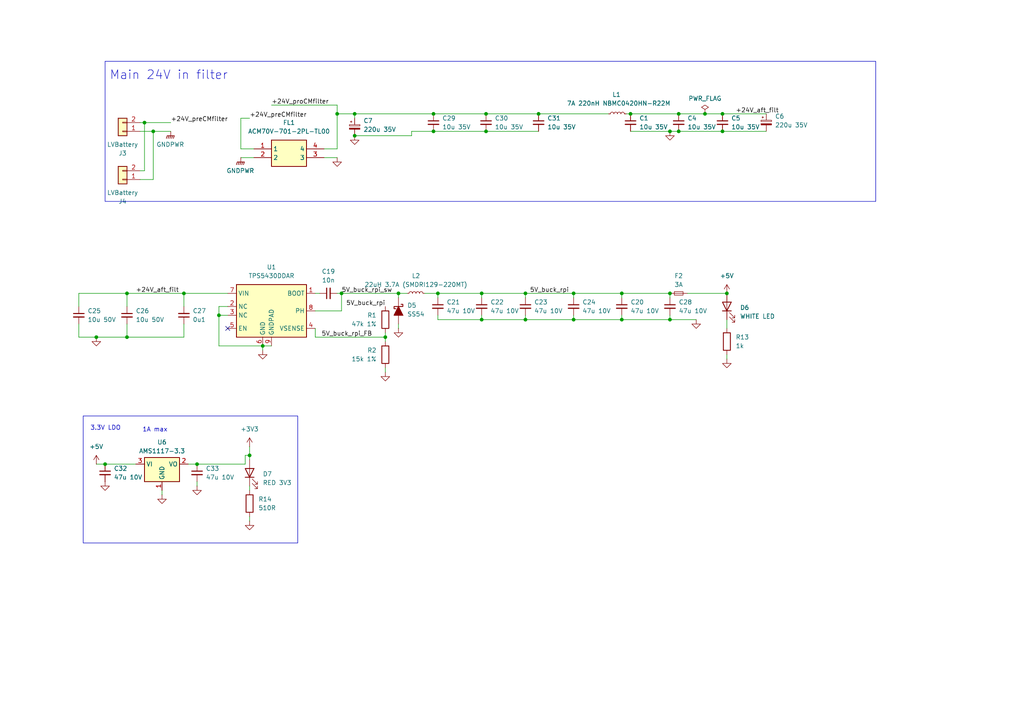
<source format=kicad_sch>
(kicad_sch (version 20231120) (generator "eeschema") (generator_version "8.0")
  (paper "A4")
  (title_block (title "RPI_diyhat1") (date "2025-06-30") (rev "1.0") (company "NTURacing") (comment 1 "Jack Kuo"))
  (lib_symbols
    (symbol "Connector_Generic:Conn_01x02" (pin_names (offset 1.016) hide)
      (property "Reference" "J" (at 0 2.54 0))
      (property "Value" "Conn_01x02" (at 0 -5.08 0))
      (symbol "Conn_01x02_1_1"
        (rectangle (start -1.27 -2.413) (end 0 -2.667) (stroke (width 0.1524)))
        (rectangle (start -1.27 0.127) (end 0 -0.127) (stroke (width 0.1524)))
        (rectangle (start -1.27 1.27) (end 1.27 -3.81) (stroke (width 0.254)) (fill (type background)))
        (pin passive line (at -5.08 0 0) (length 3.81) (name "Pin_1") (number "1"))
        (pin passive line (at -5.08 -2.54 0) (length 3.81) (name "Pin_2") (number "2"))
      )
    )
    (symbol "Device:C_Polarized_Small" (pin_numbers hide) (pin_names (offset 0.254) hide)
      (property "Reference" "C" (at 0.254 1.778 0))
      (property "Value" "C_Polarized_Small" (at 0.254 -2.032 0))
      (symbol "C_Polarized_Small_0_1"
        (rectangle (start -1.524 -0.3048) (end 1.524 -0.6858) (fill (type outline)))
        (rectangle (start -1.524 0.6858) (end 1.524 0.3048))
        (polyline (pts (xy -1.27 1.524) (xy -0.762 1.524)))
        (polyline (pts (xy -1.016 1.27) (xy -1.016 1.778)))
      )
      (symbol "C_Polarized_Small_1_1"
        (pin passive line (at 0 2.54 270) (length 1.8542) (name "~") (number "1"))
        (pin passive line (at 0 -2.54 90) (length 1.8542) (name "~") (number "2"))
      )
    )
    (symbol "Device:C_Small" (pin_numbers hide) (pin_names (offset 0.254) hide)
      (property "Reference" "C" (at 0.254 1.778 0))
      (property "Value" "C_Small" (at 0.254 -2.032 0))
      (symbol "C_Small_0_1"
        (polyline (pts (xy -1.524 -0.508) (xy 1.524 -0.508)) (stroke (width 0.3302)))
        (polyline (pts (xy -1.524 0.508) (xy 1.524 0.508)) (stroke (width 0.3048)))
      )
      (symbol "C_Small_1_1"
        (pin passive line (at 0 2.54 270) (length 2.032) (name "~") (number "1"))
        (pin passive line (at 0 -2.54 90) (length 2.032) (name "~") (number "2"))
      )
    )
    (symbol "Device:Fuse_Small" (pin_numbers hide) (pin_names (offset 0.254) hide)
      (property "Reference" "F" (at 0 -1.524 0))
      (property "Value" "Fuse_Small" (at 0 1.524 0))
      (symbol "Fuse_Small_0_1"
        (rectangle (start -1.27 0.508) (end 1.27 -0.508))
        (polyline (pts (xy -1.27 0) (xy 1.27 0)))
      )
      (symbol "Fuse_Small_1_1"
        (pin passive line (at -2.54 0 0) (length 1.27) (name "~") (number "1"))
        (pin passive line (at 2.54 0 180) (length 1.27) (name "~") (number "2"))
      )
    )
    (symbol "Device:LED" (pin_numbers hide) (pin_names (offset 1.016) hide)
      (property "Reference" "D" (at 0 2.54 0))
      (property "Value" "LED" (at 0 -2.54 0))
      (symbol "LED_0_1"
        (polyline (pts (xy -1.27 -1.27) (xy -1.27 1.27)) (stroke (width 0.254)))
        (polyline (pts (xy -1.27 0) (xy 1.27 0)))
        (polyline (pts (xy 1.27 -1.27) (xy 1.27 1.27) (xy -1.27 0) (xy 1.27 -1.27)) (stroke (width 0.254)))
        (polyline (pts (xy -3.048 -0.762) (xy -4.572 -2.286) (xy -3.81 -2.286) (xy -4.572 -2.286) (xy -4.572 -1.524)))
        (polyline (pts (xy -1.778 -0.762) (xy -3.302 -2.286) (xy -2.54 -2.286) (xy -3.302 -2.286) (xy -3.302 -1.524)))
      )
      (symbol "LED_1_1"
        (pin passive line (at -3.81 0 0) (length 2.54) (name "K") (number "1"))
        (pin passive line (at 3.81 0 180) (length 2.54) (name "A") (number "2"))
      )
    )
    (symbol "Device:L_Small" (pin_numbers hide) (pin_names (offset 0.254) hide)
      (property "Reference" "L" (at 0.762 1.016 0))
      (property "Value" "L_Small" (at 0.762 -1.016 0))
      (symbol "L_Small_0_1"
        (arc (start 0 -2.032) (mid 0.5058 -1.524) (end 0 -1.016))
        (arc (start 0 -1.016) (mid 0.5058 -0.508) (end 0 0))
        (arc (start 0 0) (mid 0.5058 0.508) (end 0 1.016))
        (arc (start 0 1.016) (mid 0.5058 1.524) (end 0 2.032))
      )
      (symbol "L_Small_1_1"
        (pin passive line (at 0 2.54 270) (length 0.508) (name "~") (number "1"))
        (pin passive line (at 0 -2.54 90) (length 0.508) (name "~") (number "2"))
      )
    )
    (symbol "Device:R" (pin_numbers hide) (pin_names (offset 0))
      (property "Reference" "R" (at 2.032 0 90))
      (property "Value" "R" (at 0 0 90))
      (symbol "R_0_1"
        (rectangle (start -1.016 -2.54) (end 1.016 2.54) (stroke (width 0.254)))
      )
      (symbol "R_1_1"
        (pin passive line (at 0 3.81 270) (length 1.27) (name "~") (number "1"))
        (pin passive line (at 0 -3.81 90) (length 1.27) (name "~") (number "2"))
      )
    )
    (symbol "PCM_Diode_Schottky_AKL:SS54" (pin_numbers hide) (pin_names (offset 1.016) hide)
      (property "Reference" "D" (at 0 5.08 0))
      (property "Value" "SS54" (at 0 2.54 0))
      (symbol "SS54_0_1"
        (polyline (pts (xy -1.27 0) (xy 1.27 0)))
        (polyline (pts (xy -1.27 -1.27) (xy -1.27 1.27) (xy 1.27 0) (xy -1.27 -1.27)) (stroke (width 0.254)) (fill (type outline)))
        (polyline (pts (xy 1.905 -0.762) (xy 1.905 -1.27) (xy 1.27 -1.27) (xy 1.27 1.27) (xy 0.635 1.27) (xy 0.635 0.762)) (stroke (width 0.254)))
      )
      (symbol "SS54_0_2"
        (polyline (pts (xy -2.54 -2.54) (xy 2.54 2.54)))
        (polyline (pts (xy 0 1.778) (xy 1.778 0)) (stroke (width 0.254)))
        (polyline (pts (xy 0 1.778) (xy -0.381 1.397) (xy 0 1.016)) (stroke (width 0.254)))
        (polyline (pts (xy 1.778 0) (xy 2.159 0.381) (xy 1.778 0.762)) (stroke (width 0.254)))
        (polyline (pts (xy -0.889 -0.889) (xy -1.778 0) (xy 0.889 0.889) (xy 0 -1.778) (xy -0.889 -0.889)) (stroke (width 0.254)) (fill (type outline)))
      )
      (symbol "SS54_1_1"
        (pin passive line (at 3.81 0 180) (length 2.54) (name "K") (number "1"))
        (pin passive line (at -3.81 0 0) (length 2.54) (name "A") (number "2"))
      )
      (symbol "SS54_1_2"
        (pin passive line (at 2.54 2.54 180) (length 0) (name "K") (number "1"))
        (pin passive line (at -2.54 -2.54 0) (length 0) (name "A") (number "2"))
      )
    )
    (symbol "Regulator_Linear:AMS1117-3.3"
      (property "Reference" "U" (at -3.81 3.175 0))
      (property "Value" "AMS1117-3.3" (at 0 3.175 0))
      (symbol "AMS1117-3.3_0_1"
        (rectangle (start -5.08 -5.08) (end 5.08 1.905) (stroke (width 0.254)) (fill (type background)))
      )
      (symbol "AMS1117-3.3_1_1"
        (pin power_in line (at 0 -7.62 90) (length 2.54) (name "GND") (number "1"))
        (pin power_out line (at 7.62 0 180) (length 2.54) (name "VO") (number "2"))
        (pin power_in line (at -7.62 0 0) (length 2.54) (name "VI") (number "3"))
      )
    )
    (symbol "SamacSys_Parts_EP6:ACM70V-701-2PL-TL00"
      (property "Reference" "FL" (at 16.51 7.62 0))
      (property "Value" "ACM70V-701-2PL-TL00" (at 16.51 5.08 0))
      (symbol "ACM70V-701-2PL-TL00_1_1"
        (rectangle (start 5.08 2.54) (end 15.24 -5.08) (stroke (width 0.254)) (fill (type background)))
        (pin passive line (at 0 0 0) (length 5.08) (name "1") (number "1"))
        (pin passive line (at 0 -2.54 0) (length 5.08) (name "2") (number "2"))
        (pin passive line (at 20.32 -2.54 180) (length 5.08) (name "3") (number "3"))
        (pin passive line (at 20.32 0 180) (length 5.08) (name "4") (number "4"))
      )
    )
    (symbol "nturt_kicad_lib_EP6:TPS5430DDAR"
      (property "Reference" "U" (at -10.16 8.89 0))
      (property "Value" "TPS5430DDAR" (at -1.27 8.89 0))
      (symbol "TPS5430DDAR_0_1"
        (rectangle (start -10.16 7.62) (end 10.16 -7.62) (stroke (width 0.254)) (fill (type background)))
      )
      (symbol "TPS5430DDAR_1_1"
        (pin input line (at 12.7 5.08 180) (length 2.54) (name "BOOT") (number "1"))
        (pin free line (at -12.7 1.27 0) (length 2.54) (name "NC") (number "2"))
        (pin free line (at -12.7 -1.27 0) (length 2.54) (name "NC") (number "3"))
        (pin input line (at 12.7 -5.08 180) (length 2.54) (name "VSENSE") (number "4"))
        (pin input line (at -12.7 -5.08 0) (length 2.54) (name "EN") (number "5"))
        (pin power_in line (at -2.54 -10.16 90) (length 2.54) (name "GND") (number "6"))
        (pin power_in line (at -12.7 5.08 0) (length 2.54) (name "VIN") (number "7"))
        (pin output line (at 12.7 0 180) (length 2.54) (name "PH") (number "8"))
        (pin power_in line (at 0 -10.16 90) (length 2.54) (name "GNDPAD") (number "9"))
      )
    )
    (symbol "power:+3V3" (power) (pin_numbers hide) (pin_names (offset 0) hide)
      (property "Value" "+3V3" (at 0 3.556 0))
      (symbol "+3V3_0_1"
        (polyline (pts (xy -0.762 1.27) (xy 0 2.54)))
        (polyline (pts (xy 0 0) (xy 0 2.54)))
        (polyline (pts (xy 0 2.54) (xy 0.762 1.27)))
      )
      (symbol "+3V3_1_1"
        (pin power_in line (at 0 0 90) (length 0) (name "~") (number "1"))
      )
    )
    (symbol "power:+5V" (power) (pin_numbers hide) (pin_names (offset 0) hide)
      (property "Value" "+5V" (at 0 3.556 0))
      (symbol "+5V_0_1"
        (polyline (pts (xy -0.762 1.27) (xy 0 2.54)))
        (polyline (pts (xy 0 0) (xy 0 2.54)))
        (polyline (pts (xy 0 2.54) (xy 0.762 1.27)))
      )
      (symbol "+5V_1_1"
        (pin power_in line (at 0 0 90) (length 0) (name "~") (number "1"))
      )
    )
    (symbol "power:GND" (power) (pin_numbers hide) (pin_names (offset 0) hide)
      (property "Value" "GND" (at 0 -3.81 0))
      (symbol "GND_0_1"
        (polyline (pts (xy 0 0) (xy 0 -1.27) (xy 1.27 -1.27) (xy 0 -2.54) (xy -1.27 -1.27) (xy 0 -1.27)))
      )
      (symbol "GND_1_1"
        (pin power_in line (at 0 0 270) (length 0) (name "~") (number "1"))
      )
    )
    (symbol "power:GNDPWR" (power) (pin_numbers hide) (pin_names (offset 0) hide)
      (property "Value" "GNDPWR" (at 0 -3.302 0))
      (symbol "GNDPWR_0_1"
        (polyline (pts (xy 0 -1.27) (xy 0 0)))
        (polyline (pts (xy -1.016 -1.27) (xy -1.27 -2.032) (xy -1.27 -2.032)) (stroke (width 0.2032)))
        (polyline (pts (xy -0.508 -1.27) (xy -0.762 -2.032) (xy -0.762 -2.032)) (stroke (width 0.2032)))
        (polyline (pts (xy 0 -1.27) (xy -0.254 -2.032) (xy -0.254 -2.032)) (stroke (width 0.2032)))
        (polyline (pts (xy 0.508 -1.27) (xy 0.254 -2.032) (xy 0.254 -2.032)) (stroke (width 0.2032)))
        (polyline (pts (xy 1.016 -1.27) (xy -1.016 -1.27) (xy -1.016 -1.27)) (stroke (width 0.2032)))
        (polyline (pts (xy 1.016 -1.27) (xy 0.762 -2.032) (xy 0.762 -2.032) (xy 0.762 -2.032)) (stroke (width 0.2032)))
      )
      (symbol "GNDPWR_1_1"
        (pin power_in line (at 0 0 270) (length 0) (name "~") (number "1"))
      )
    )
    (symbol "power:PWR_FLAG" (power) (pin_numbers hide) (pin_names (offset 0) hide)
      (property "Value" "PWR_FLAG" (at 0 3.81 0))
      (symbol "PWR_FLAG_0_0"
        (pin power_out line (at 0 0 90) (length 0) (name "~") (number "1"))
      )
      (symbol "PWR_FLAG_0_1"
        (polyline (pts (xy 0 0) (xy 0 1.27) (xy -1.016 1.905) (xy 0 2.54) (xy 1.016 1.905) (xy 0 1.27)))
      )
    )
  )
  (junction (at 57.15 134.62))
  (junction (at 182.88 33.02))
  (junction (at 53.34 85.09))
  (junction (at 125.73 38.1))
  (junction (at 99.06 85.09))
  (junction (at 30.48 134.62))
  (junction (at 194.31 85.09))
  (junction (at 27.94 97.79))
  (junction (at 140.97 38.1))
  (junction (at 102.87 39.37))
  (junction (at 209.55 33.02))
  (junction (at 194.31 38.1))
  (junction (at 209.55 38.1))
  (junction (at 72.39 132.08))
  (junction (at 111.76 97.79))
  (junction (at 156.21 33.02))
  (junction (at 210.82 85.09))
  (junction (at 204.47 33.02))
  (junction (at 180.34 92.71))
  (junction (at 63.5 91.44))
  (junction (at 36.83 85.09))
  (junction (at 139.7 92.71))
  (junction (at 41.91 35.56))
  (junction (at 76.2 100.33))
  (junction (at 36.83 97.79))
  (junction (at 115.57 85.09))
  (junction (at 180.34 85.09))
  (junction (at 102.87 33.02))
  (junction (at 152.4 85.09))
  (junction (at 196.85 33.02))
  (junction (at 152.4 92.71))
  (junction (at 139.7 85.09))
  (junction (at 196.85 38.1))
  (junction (at 97.79 33.02))
  (junction (at 44.45 38.1))
  (junction (at 166.37 92.71))
  (junction (at 140.97 33.02))
  (junction (at 194.31 92.71))
  (junction (at 127 85.09))
  (junction (at 166.37 85.09))
  (junction (at 125.73 33.02))
  (no_connect (at 66.04 95.25))
  (wire (pts (xy 209.55 38.1) (xy 222.25 38.1)))
  (wire (pts (xy 53.34 85.09) (xy 66.04 85.09)))
  (wire (pts (xy 97.79 30.48) (xy 97.79 33.02)))
  (wire (pts (xy 152.4 85.09) (xy 166.37 85.09)))
  (wire (pts (xy 139.7 92.71) (xy 139.7 91.44)))
  (wire (pts (xy 36.83 97.79) (xy 53.34 97.79)))
  (wire (pts (xy 115.57 95.25) (xy 115.57 93.98)))
  (wire (pts (xy 76.2 100.33) (xy 78.74 100.33)))
  (wire (pts (xy 91.44 85.09) (xy 92.71 85.09)))
  (wire (pts (xy 125.73 33.02) (xy 140.97 33.02)))
  (wire (pts (xy 196.85 38.1) (xy 209.55 38.1)))
  (wire (pts (xy 36.83 97.79) (xy 36.83 93.98)))
  (wire (pts (xy 194.31 86.36) (xy 194.31 85.09)))
  (wire (pts (xy 72.39 151.13) (xy 72.39 149.86)))
  (wire (pts (xy 97.79 85.09) (xy 99.06 85.09)))
  (wire (pts (xy 53.34 93.98) (xy 53.34 97.79)))
  (wire (pts (xy 182.88 38.1) (xy 194.31 38.1)))
  (wire (pts (xy 210.82 95.25) (xy 210.82 92.71)))
  (wire (pts (xy 127 86.36) (xy 127 85.09)))
  (wire (pts (xy 76.2 101.6) (xy 76.2 100.33)))
  (wire (pts (xy 182.88 33.02) (xy 196.85 33.02)))
  (wire (pts (xy 40.64 35.56) (xy 41.91 35.56)))
  (wire (pts (xy 91.44 97.79) (xy 111.76 97.79)))
  (wire (pts (xy 71.12 134.62) (xy 71.12 132.08)))
  (wire (pts (xy 111.76 99.06) (xy 111.76 97.79)))
  (wire (pts (xy 63.5 88.9) (xy 66.04 88.9)))
  (wire (pts (xy 63.5 88.9) (xy 63.5 91.44)))
  (wire (pts (xy 119.38 38.1) (xy 119.38 39.37)))
  (wire (pts (xy 111.76 107.95) (xy 111.76 106.68)))
  (wire (pts (xy 69.85 34.29) (xy 69.85 43.18)))
  (wire (pts (xy 123.19 85.09) (xy 127 85.09)))
  (wire (pts (xy 30.48 134.62) (xy 39.37 134.62)))
  (wire (pts (xy 140.97 33.02) (xy 156.21 33.02)))
  (wire (pts (xy 40.64 49.53) (xy 41.91 49.53)))
  (wire (pts (xy 127 92.71) (xy 127 91.44)))
  (wire (pts (xy 182.88 33.02) (xy 181.61 33.02)))
  (wire (pts (xy 152.4 92.71) (xy 152.4 91.44)))
  (wire (pts (xy 127 92.71) (xy 139.7 92.71)))
  (wire (pts (xy 63.5 91.44) (xy 63.5 100.33)))
  (wire (pts (xy 44.45 52.07) (xy 44.45 38.1)))
  (wire (pts (xy 139.7 86.36) (xy 139.7 85.09)))
  (wire (pts (xy 180.34 85.09) (xy 180.34 86.36)))
  (wire (pts (xy 204.47 33.02) (xy 209.55 33.02)))
  (wire (pts (xy 72.39 132.08) (xy 72.39 133.35)))
  (wire (pts (xy 102.87 33.02) (xy 125.73 33.02)))
  (wire (pts (xy 99.06 85.09) (xy 115.57 85.09)))
  (wire (pts (xy 63.5 91.44) (xy 66.04 91.44)))
  (wire (pts (xy 194.31 92.71) (xy 201.93 92.71)))
  (wire (pts (xy 41.91 35.56) (xy 49.53 35.56)))
  (wire (pts (xy 22.86 97.79) (xy 27.94 97.79)))
  (wire (pts (xy 91.44 90.17) (xy 99.06 90.17)))
  (wire (pts (xy 166.37 85.09) (xy 180.34 85.09)))
  (wire (pts (xy 69.85 43.18) (xy 73.66 43.18)))
  (wire (pts (xy 36.83 85.09) (xy 53.34 85.09)))
  (wire (pts (xy 93.98 45.72) (xy 97.79 45.72)))
  (wire (pts (xy 78.74 30.48) (xy 97.79 30.48)))
  (wire (pts (xy 102.87 39.37) (xy 119.38 39.37)))
  (wire (pts (xy 40.64 52.07) (xy 44.45 52.07)))
  (wire (pts (xy 210.82 104.14) (xy 210.82 102.87)))
  (wire (pts (xy 210.82 85.09) (xy 199.39 85.09)))
  (wire (pts (xy 44.45 38.1) (xy 49.53 38.1)))
  (wire (pts (xy 111.76 96.52) (xy 111.76 97.79)))
  (wire (pts (xy 194.31 91.44) (xy 194.31 92.71)))
  (wire (pts (xy 97.79 33.02) (xy 102.87 33.02)))
  (wire (pts (xy 194.31 38.1) (xy 196.85 38.1)))
  (wire (pts (xy 54.61 134.62) (xy 57.15 134.62)))
  (wire (pts (xy 36.83 85.09) (xy 36.83 88.9)))
  (wire (pts (xy 22.86 85.09) (xy 36.83 85.09)))
  (wire (pts (xy 180.34 92.71) (xy 194.31 92.71)))
  (wire (pts (xy 72.39 132.08) (xy 71.12 132.08)))
  (wire (pts (xy 46.99 143.51) (xy 46.99 142.24)))
  (wire (pts (xy 139.7 92.71) (xy 152.4 92.71)))
  (wire (pts (xy 40.64 38.1) (xy 44.45 38.1)))
  (wire (pts (xy 91.44 97.79) (xy 91.44 95.25)))
  (wire (pts (xy 57.15 140.97) (xy 57.15 139.7)))
  (wire (pts (xy 156.21 38.1) (xy 140.97 38.1)))
  (wire (pts (xy 140.97 38.1) (xy 125.73 38.1)))
  (wire (pts (xy 209.55 33.02) (xy 222.25 33.02)))
  (wire (pts (xy 97.79 33.02) (xy 97.79 43.18)))
  (wire (pts (xy 180.34 91.44) (xy 180.34 92.71)))
  (wire (pts (xy 97.79 43.18) (xy 93.98 43.18)))
  (wire (pts (xy 27.94 134.62) (xy 30.48 134.62)))
  (wire (pts (xy 22.86 97.79) (xy 22.86 93.98)))
  (wire (pts (xy 180.34 85.09) (xy 194.31 85.09)))
  (wire (pts (xy 156.21 33.02) (xy 176.53 33.02)))
  (wire (pts (xy 72.39 129.54) (xy 72.39 132.08)))
  (wire (pts (xy 166.37 85.09) (xy 166.37 86.36)))
  (wire (pts (xy 27.94 97.79) (xy 36.83 97.79)))
  (wire (pts (xy 99.06 85.09) (xy 99.06 90.17)))
  (wire (pts (xy 125.73 38.1) (xy 119.38 38.1)))
  (wire (pts (xy 152.4 92.71) (xy 166.37 92.71)))
  (wire (pts (xy 57.15 134.62) (xy 71.12 134.62)))
  (wire (pts (xy 73.66 45.72) (xy 69.85 45.72)))
  (wire (pts (xy 152.4 86.36) (xy 152.4 85.09)))
  (wire (pts (xy 139.7 85.09) (xy 152.4 85.09)))
  (wire (pts (xy 115.57 86.36) (xy 115.57 85.09)))
  (wire (pts (xy 72.39 142.24) (xy 72.39 140.97)))
  (wire (pts (xy 41.91 49.53) (xy 41.91 35.56)))
  (wire (pts (xy 166.37 92.71) (xy 180.34 92.71)))
  (wire (pts (xy 102.87 34.29) (xy 102.87 33.02)))
  (wire (pts (xy 69.85 34.29) (xy 72.39 34.29)))
  (wire (pts (xy 22.86 85.09) (xy 22.86 88.9)))
  (wire (pts (xy 166.37 91.44) (xy 166.37 92.71)))
  (wire (pts (xy 196.85 33.02) (xy 204.47 33.02)))
  (wire (pts (xy 115.57 85.09) (xy 118.11 85.09)))
  (wire (pts (xy 76.2 100.33) (xy 63.5 100.33)))
  (wire (pts (xy 53.34 88.9) (xy 53.34 85.09)))
  (wire (pts (xy 127 85.09) (xy 139.7 85.09)))
  (rectangle (start 24.13 120.65) (end 86.36 157.48))
  (rectangle (start 30.48 17.78) (end 254 58.42))
  (text "3.3V LDO" (at 26.162 124.968 0) (effects (font (size 1.27 1.27)) (justify left bottom)))
  (text "1A max" (at 44.958 124.714 0) (effects (font (size 1.27 1.27))))
  (text "Main 24V in filter\n" (at 31.75 23.368 0) (effects (font (size 2.54 2.54)) (justify left bottom)))
  (label "5V_buck_rpi" (at 111.76 88.9 180))
  (label "+24V_proCMfilter" (at 78.74 30.48 0))
  (label "+24V_aft_filt" (at 39.37 85.09 0))
  (label "5V_buck_rpi" (at 153.67 85.09 0))
  (label "+24V_preCMfilter" (at 49.53 35.56 0))
  (label "5V_buck_rpi_sw" (at 99.06 85.09 0))
  (label "+24V_aft_filt" (at 213.36 33.02 0))
  (label "5V_buck_rpi_FB" (at 107.95 97.79 180))
  (label "+24V_preCMfilter" (at 72.39 34.29 0))
  (symbol (lib_id "power:GND") (at 102.87 39.37 0) (unit 1)
    (property "Reference" "#PWR07" (effects (hide yes)))
    (property "Value" "GND" (effects (hide yes)))
    (property "Description" "Power symbol creates a global label with name \"GND\" , ground" (effects (hide yes)))
  )
  (symbol (lib_id "Device:C_Small") (at 36.83 91.44 0) (unit 1)
    (property "Reference" "C26" (at 39.37 90.1762 0) (effects (justify left)))
    (property "Value" "10u 50V" (at 39.37 92.7162 0) (effects (justify left)))
    (property "Footprint" "Capacitor_SMD:C_1206_3216Metric" (effects (hide yes)))
    (property "Description" "Unpolarized capacitor, small symbol" (effects (hide yes)))
  )
  (symbol (lib_id "Device:C_Small") (at 152.4 88.9 0) (unit 1)
    (property "Reference" "C23" (at 154.94 87.6362 0) (effects (justify left)))
    (property "Value" "47u 10V" (at 154.94 90.1762 0) (effects (justify left)))
    (property "Footprint" "Capacitor_SMD:C_1206_3216Metric" (effects (hide yes)))
    (property "Description" "CL31A476MPHNNN" (effects (hide yes)))
  )
  (symbol (lib_id "Connector_Generic:Conn_01x02") (at 35.56 38.1 180) (unit 1)
    (property "Reference" "J3" (at 35.56 44.45 0))
    (property "Value" "LVBattery" (at 35.56 41.91 0))
    (property "Footprint" "Connector_JST:JST_XH_B2B-XH-A_1x02_P2.50mm_Vertical" (effects (hide yes)))
    (property "Description" "Generic connector, single row, 01x02, script generated (kicad-library-utils/schlib/autogen/connector/)" (effects (hide yes)))
  )
  (symbol (lib_id "power:GND") (at 30.48 139.7 0) (unit 1)
    (property "Reference" "#PWR057" (effects (hide yes)))
    (property "Value" "GND" (effects (hide yes)))
    (property "Description" "Power symbol creates a global label with name \"GND\" , ground" (effects (hide yes)))
  )
  (symbol (lib_id "Device:L_Small") (at 179.07 33.02 90) (unit 1)
    (property "Reference" "L1" (at 178.816 27.432 90))
    (property "Value" "7A 220nH NBMC0420HN-R22M" (at 179.451 29.972 90))
    (property "Footprint" "Inductor_SMD:L_Ferrocore_DLG-0403" (effects (hide yes)))
    (property "Description" "Inductor, small symbol" (effects (hide yes)))
  )
  (symbol (lib_id "Device:L_Small") (at 120.65 85.09 90) (unit 1)
    (property "Reference" "L2" (at 120.65 80.01 90))
    (property "Value" "22uH 3.7A (SMDRI129-220MT)" (at 120.65 82.55 90))
    (property "Footprint" "Inductor_SMD:L_Bourns_SRR1260" (effects (hide yes)))
    (property "Description" "Inductor, small symbol" (effects (hide yes)))
  )
  (symbol (lib_id "Device:C_Small") (at 95.25 85.09 90) (unit 1)
    (property "Reference" "C19" (at 95.2563 78.74 90))
    (property "Value" "10n" (at 95.2563 81.28 90))
    (property "Footprint" "Capacitor_SMD:C_0603_1608Metric" (effects (hide yes)))
    (property "Description" "Unpolarized capacitor, small symbol" (effects (hide yes)))
  )
  (symbol (lib_id "Device:LED") (at 210.82 88.9 90) (unit 1)
    (property "Reference" "D6" (at 214.63 89.2174 90) (effects (justify right)))
    (property "Value" "WHITE LED" (at 214.63 91.7574 90) (effects (justify right)))
    (property "Footprint" "LED_SMD:LED_0603_1608Metric" (effects (hide yes)))
    (property "Description" "Light emitting diode" (effects (hide yes)))
  )
  (symbol (lib_id "Device:R") (at 72.39 146.05 0) (unit 1)
    (property "Reference" "R14" (at 74.93 144.78 0) (effects (justify left)))
    (property "Value" "510R" (at 74.93 147.32 0) (effects (justify left)))
    (property "Footprint" "Resistor_SMD:R_0402_1005Metric" (effects (hide yes)))
    (property "Description" "Resistor" (effects (hide yes)))
  )
  (symbol (lib_id "Device:C_Small") (at 30.48 137.16 0) (unit 1)
    (property "Reference" "C32" (at 33.02 135.89 0) (effects (justify left)))
    (property "Value" "47u 10V" (at 33.02 138.43 0) (effects (justify left)))
    (property "Footprint" "Capacitor_SMD:C_1206_3216Metric" (effects (hide yes)))
    (property "Description" "Unpolarized capacitor, small symbol" (effects (hide yes)))
  )
  (symbol (lib_id "Device:C_Small") (at 209.55 35.56 0) (unit 1)
    (property "Reference" "C5" (at 212.09 34.2962 0) (effects (justify left)))
    (property "Value" "10u 35V" (at 212.09 36.8362 0) (effects (justify left)))
    (property "Footprint" "Capacitor_SMD:C_1206_3216Metric" (effects (hide yes)))
    (property "Description" "Unpolarized capacitor, small symbol" (effects (hide yes)))
  )
  (symbol (lib_id "power:GND") (at 201.93 92.71 0) (unit 1)
    (property "Reference" "#PWR01" (effects (hide yes)))
    (property "Value" "GND" (effects (hide yes)))
    (property "Description" "Power symbol creates a global label with name \"GND\" , ground" (effects (hide yes)))
  )
  (symbol (lib_id "power:GND") (at 115.57 95.25 0) (unit 1)
    (property "Reference" "#PWR037" (effects (hide yes)))
    (property "Value" "GND" (effects (hide yes)))
    (property "Description" "Power symbol creates a global label with name \"GND\" , ground" (effects (hide yes)))
  )
  (symbol (lib_id "Device:LED") (at 72.39 137.16 90) (unit 1)
    (property "Reference" "D7" (at 76.2 137.4775 90) (effects (justify right)))
    (property "Value" "RED 3V3" (at 76.2 140.0175 90) (effects (justify right)))
    (property "Footprint" "LED_SMD:LED_0603_1608Metric" (effects (hide yes)))
    (property "Description" "Light emitting diode" (effects (hide yes)))
  )
  (symbol (lib_id "Device:R") (at 111.76 102.87 0) (mirror y) (unit 1)
    (property "Reference" "R2" (at 109.22 101.6 0) (effects (justify left)))
    (property "Value" "15k 1%" (at 109.22 104.14 0) (effects (justify left)))
    (property "Footprint" "Resistor_SMD:R_0603_1608Metric" (effects (hide yes)))
    (property "Description" "Resistor" (effects (hide yes)))
  )
  (symbol (lib_id "Device:C_Polarized_Small") (at 102.87 36.83 0) (unit 1)
    (property "Reference" "C7" (at 105.41 35.0138 0) (effects (justify left)))
    (property "Value" "220u 35V" (at 105.41 37.5538 0) (effects (justify left)))
    (property "Footprint" "Capacitor_THT:CP_Radial_D8.0mm_P3.80mm" (effects (hide yes)))
    (property "Description" "Polarized capacitor, small symbol" (effects (hide yes)))
  )
  (symbol (lib_id "power:GND") (at 72.39 151.13 0) (unit 1)
    (property "Reference" "#PWR060" (effects (hide yes)))
    (property "Value" "GND" (effects (hide yes)))
    (property "Description" "Power symbol creates a global label with name \"GND\" , ground" (effects (hide yes)))
  )
  (symbol (lib_id "Device:C_Small") (at 53.34 91.44 180) (unit 1)
    (property "Reference" "C27" (at 55.88 90.1635 0) (effects (justify right)))
    (property "Value" "0u1" (at 55.88 92.7035 0) (effects (justify right)))
    (property "Footprint" "Capacitor_SMD:C_0603_1608Metric" (effects (hide yes)))
    (property "Description" "Unpolarized capacitor, small symbol" (effects (hide yes)))
  )
  (symbol (lib_id "Device:C_Small") (at 180.34 88.9 0) (unit 1)
    (property "Reference" "C20" (at 182.88 87.6362 0) (effects (justify left)))
    (property "Value" "47u 10V" (at 182.88 90.1762 0) (effects (justify left)))
    (property "Footprint" "Capacitor_SMD:C_1206_3216Metric" (effects (hide yes)))
    (property "Description" "CL31A476MPHNNN" (effects (hide yes)))
  )
  (symbol (lib_id "Device:C_Small") (at 139.7 88.9 0) (unit 1)
    (property "Reference" "C22" (at 142.24 87.6362 0) (effects (justify left)))
    (property "Value" "47u 10V" (at 142.24 90.1762 0) (effects (justify left)))
    (property "Footprint" "Capacitor_SMD:C_1206_3216Metric" (effects (hide yes)))
    (property "Description" "CL31A476MPHNNN" (effects (hide yes)))
  )
  (symbol (lib_id "Device:C_Small") (at 194.31 88.9 0) (unit 1)
    (property "Reference" "C28" (at 196.85 87.6362 0) (effects (justify left)))
    (property "Value" "47u 10V" (at 196.85 90.1762 0) (effects (justify left)))
    (property "Footprint" "Capacitor_SMD:C_1206_3216Metric" (effects (hide yes)))
    (property "Description" "CL31A476MPHNNN" (effects (hide yes)))
  )
  (symbol (lib_id "power:GND") (at 57.15 140.97 0) (unit 1)
    (property "Reference" "#PWR058" (effects (hide yes)))
    (property "Value" "GND" (effects (hide yes)))
    (property "Description" "Power symbol creates a global label with name \"GND\" , ground" (effects (hide yes)))
  )
  (symbol (lib_id "power:GND") (at 76.2 101.6 0) (unit 1)
    (property "Reference" "#PWR039" (effects (hide yes)))
    (property "Value" "GND" (effects (hide yes)))
    (property "Description" "Power symbol creates a global label with name \"GND\" , ground" (effects (hide yes)))
  )
  (symbol (lib_id "power:GND") (at 46.99 143.51 0) (unit 1)
    (property "Reference" "#PWR059" (effects (hide yes)))
    (property "Value" "GND" (effects (hide yes)))
    (property "Description" "Power symbol creates a global label with name \"GND\" , ground" (effects (hide yes)))
  )
  (symbol (lib_id "power:+5V") (at 27.94 134.62 0) (unit 1)
    (property "Reference" "#PWR044" (effects (hide yes)))
    (property "Value" "+5V" (at 27.94 129.54 0))
    (property "Description" "Power symbol creates a global label with name \"+5V\"" (effects (hide yes)))
  )
  (symbol (lib_id "Regulator_Linear:AMS1117-3.3") (at 46.99 134.62 0) (unit 1)
    (property "Reference" "U6" (at 46.99 128.27 0))
    (property "Value" "AMS1117-3.3" (at 46.99 130.81 0))
    (property "Footprint" "Package_TO_SOT_SMD:SOT-223-3_TabPin2" (effects (hide yes)))
    (property "Datasheet" "http://www.advanced-monolithic.com/pdf/ds1117.pdf" (effects (hide yes)))
    (property "Description" "1A Low Dropout regulator, positive, 3.3V fixed output, SOT-223" (effects (hide yes)))
  )
  (symbol (lib_id "Device:R") (at 111.76 92.71 0) (mirror y) (unit 1)
    (property "Reference" "R1" (at 109.22 91.44 0) (effects (justify left)))
    (property "Value" "47k 1%" (at 109.22 93.98 0) (effects (justify left)))
    (property "Footprint" "Resistor_SMD:R_0603_1608Metric" (effects (hide yes)))
    (property "Description" "Resistor" (effects (hide yes)))
  )
  (symbol (lib_id "power:+5V") (at 210.82 85.09 0) (unit 1)
    (property "Reference" "#PWR024" (effects (hide yes)))
    (property "Value" "+5V" (at 210.82 80.01 0))
    (property "Description" "Power symbol creates a global label with name \"+5V\"" (effects (hide yes)))
  )
  (symbol (lib_id "power:PWR_FLAG") (at 204.47 33.02 0) (mirror y) (unit 1)
    (property "Reference" "#FLG01" (effects (hide yes)))
    (property "Value" "PWR_FLAG" (at 204.47 28.575 0))
    (property "Description" "Special symbol for telling ERC where power comes from" (effects (hide yes)))
  )
  (symbol (lib_id "Device:C_Small") (at 196.85 35.56 0) (unit 1)
    (property "Reference" "C4" (at 199.39 34.2962 0) (effects (justify left)))
    (property "Value" "10u 35V" (at 199.39 36.8362 0) (effects (justify left)))
    (property "Footprint" "Capacitor_SMD:C_1206_3216Metric" (effects (hide yes)))
    (property "Description" "Unpolarized capacitor, small symbol" (effects (hide yes)))
  )
  (symbol (lib_id "Device:C_Small") (at 127 88.9 0) (unit 1)
    (property "Reference" "C21" (at 129.54 87.6362 0) (effects (justify left)))
    (property "Value" "47u 10V" (at 129.54 90.1762 0) (effects (justify left)))
    (property "Footprint" "Capacitor_SMD:C_1206_3216Metric" (effects (hide yes)))
    (property "Description" "CL31A476MPHNNN" (effects (hide yes)))
  )
  (symbol (lib_id "Device:C_Small") (at 125.73 35.56 0) (unit 1)
    (property "Reference" "C29" (at 128.27 34.2962 0) (effects (justify left)))
    (property "Value" "10u 35V" (at 128.27 36.8362 0) (effects (justify left)))
    (property "Footprint" "Capacitor_SMD:C_1206_3216Metric" (effects (hide yes)))
    (property "Description" "Unpolarized capacitor, small symbol" (effects (hide yes)))
  )
  (symbol (lib_id "power:GND") (at 210.82 104.14 0) (unit 1)
    (property "Reference" "#PWR025" (effects (hide yes)))
    (property "Value" "GND" (effects (hide yes)))
    (property "Description" "Power symbol creates a global label with name \"GND\" , ground" (effects (hide yes)))
  )
  (symbol (lib_id "Device:R") (at 210.82 99.06 0) (unit 1)
    (property "Reference" "R13" (at 213.36 97.79 0) (effects (justify left)))
    (property "Value" "1k" (at 213.36 100.33 0) (effects (justify left)))
    (property "Footprint" "Resistor_SMD:R_0402_1005Metric" (effects (hide yes)))
    (property "Description" "Resistor" (effects (hide yes)))
  )
  (symbol (lib_id "Device:Fuse_Small") (at 196.85 85.09 0) (unit 1)
    (property "Reference" "F2" (at 196.85 80.01 0))
    (property "Value" "3A" (at 196.85 82.55 0))
    (property "Footprint" "Fuse:Fuse_1206_3216Metric" (effects (hide yes)))
    (property "Description" "Fuse, small symbol" (effects (hide yes)))
  )
  (symbol (lib_id "Connector_Generic:Conn_01x02") (at 35.56 52.07 180) (unit 1)
    (property "Reference" "J4" (at 35.56 58.42 0))
    (property "Value" "LVBattery" (at 35.56 55.88 0))
    (property "Footprint" "Connector_JST:JST_XH_B2B-XH-A_1x02_P2.50mm_Vertical" (effects (hide yes)))
    (property "Description" "Generic connector, single row, 01x02, script generated (kicad-library-utils/schlib/autogen/connector/)" (effects (hide yes)))
  )
  (symbol (lib_id "Device:C_Small") (at 182.88 35.56 0) (unit 1)
    (property "Reference" "C1" (at 185.42 34.2962 0) (effects (justify left)))
    (property "Value" "10u 35V" (at 185.42 36.8362 0) (effects (justify left)))
    (property "Footprint" "Capacitor_SMD:C_1206_3216Metric" (effects (hide yes)))
    (property "Description" "Unpolarized capacitor, small symbol" (effects (hide yes)))
  )
  (symbol (lib_id "power:GNDPWR") (at 69.85 45.72 0) (unit 1)
    (property "Reference" "#PWR011" (effects (hide yes)))
    (property "Value" "GNDPWR" (at 69.723 49.53 0))
    (property "Description" "Power symbol creates a global label with name \"GNDPWR\" , global ground" (effects (hide yes)))
  )
  (symbol (lib_id "Device:C_Small") (at 166.37 88.9 0) (unit 1)
    (property "Reference" "C24" (at 168.91 87.6362 0) (effects (justify left)))
    (property "Value" "47u 10V" (at 168.91 90.1762 0) (effects (justify left)))
    (property "Footprint" "Capacitor_SMD:C_1206_3216Metric" (effects (hide yes)))
    (property "Description" "CL31A476MPHNNN" (effects (hide yes)))
  )
  (symbol (lib_id "power:GND") (at 97.79 45.72 0) (unit 1)
    (property "Reference" "#PWR013" (effects (hide yes)))
    (property "Value" "GND" (effects (hide yes)))
    (property "Description" "Power symbol creates a global label with name \"GND\" , ground" (effects (hide yes)))
  )
  (symbol (lib_id "Device:C_Small") (at 156.21 35.56 0) (unit 1)
    (property "Reference" "C31" (at 158.75 34.2962 0) (effects (justify left)))
    (property "Value" "10u 35V" (at 158.75 36.8362 0) (effects (justify left)))
    (property "Footprint" "Capacitor_SMD:C_1206_3216Metric" (effects (hide yes)))
    (property "Description" "Unpolarized capacitor, small symbol" (effects (hide yes)))
  )
  (symbol (lib_id "nturt_kicad_lib_EP6:TPS5430DDAR") (at 78.74 90.17 0) (unit 1)
    (property "Reference" "U1" (at 78.74 77.47 0))
    (property "Value" "TPS5430DDAR" (at 78.74 80.01 0))
    (property "Footprint" "Package_SO:TI_SO-PowerPAD-8_ThermalVias" (effects (hide yes)))
    (property "Datasheet" "http://www.ti.com/lit/ds/symlink/tps5430.pdf" (effects (hide yes)))
    (property "Description" "3A, Step Down Swift Converter, Adjustable Output Voltage, 5.5-36V Input Voltage, PowerSO-8" (effects (hide yes)))
  )
  (symbol (lib_id "power:GND") (at 111.76 107.95 0) (unit 1)
    (property "Reference" "#PWR042" (effects (hide yes)))
    (property "Value" "GND" (effects (hide yes)))
    (property "Description" "Power symbol creates a global label with name \"GND\" , ground" (effects (hide yes)))
  )
  (symbol (lib_id "Device:C_Small") (at 22.86 91.44 0) (unit 1)
    (property "Reference" "C25" (at 25.4 90.1762 0) (effects (justify left)))
    (property "Value" "10u 50V" (at 25.4 92.7162 0) (effects (justify left)))
    (property "Footprint" "Capacitor_SMD:C_1206_3216Metric" (effects (hide yes)))
    (property "Description" "Unpolarized capacitor, small symbol" (effects (hide yes)))
  )
  (symbol (lib_id "Device:C_Small") (at 57.15 137.16 0) (unit 1)
    (property "Reference" "C33" (at 59.69 135.89 0) (effects (justify left)))
    (property "Value" "47u 10V" (at 59.69 138.43 0) (effects (justify left)))
    (property "Footprint" "Capacitor_SMD:C_1206_3216Metric" (effects (hide yes)))
    (property "Description" "Unpolarized capacitor, small symbol" (effects (hide yes)))
  )
  (symbol (lib_id "Device:C_Small") (at 140.97 35.56 0) (unit 1)
    (property "Reference" "C30" (at 143.51 34.2962 0) (effects (justify left)))
    (property "Value" "10u 35V" (at 143.51 36.8362 0) (effects (justify left)))
    (property "Footprint" "Capacitor_SMD:C_1206_3216Metric" (effects (hide yes)))
    (property "Description" "Unpolarized capacitor, small symbol" (effects (hide yes)))
  )
  (symbol (lib_id "SamacSys_Parts_EP6:ACM70V-701-2PL-TL00") (at 73.66 43.18 0) (unit 1)
    (property "Reference" "FL1" (at 83.82 35.56 0))
    (property "Value" "ACM70V-701-2PL-TL00" (at 83.82 38.1 0))
    (property "Footprint" "SamacSys_Parts_EP6:ACM70V7012PLTL00" (effects (hide yes)))
    (property "Datasheet" "https://product.tdk.com/system/files/dam/doc/product/emc/emc/cmf_cmc/datasheets/cmf_automotive_power_acm70v_en.pdf" (effects (hide yes)))
    (property "Description" "Common Mode Choke 700R 4A R015 SMD TDK ACM-V Series Shielded SMD Common Mode Line Filter with a Ferrite Core, Wire-Wound 4A Idc" (effects (hide yes)))
    (property "Height" "3" (effects (hide yes)))
    (property "Mouser Part Number" "810-ACM70V7012PLTL00" (effects (hide yes)))
    (property "Mouser Price/Stock" "https://www.mouser.co.uk/ProductDetail/TDK/ACM70V-701-2PL-TL00?qs=YvrHl8DOVkzRE2uVQ82ErQ%3D%3D" (effects (hide yes)))
    (property "Manufacturer_Name" "TDK" (effects (hide yes)))
    (property "Manufacturer_Part_Number" "ACM70V-701-2PL-TL00" (effects (hide yes)))
  )
  (symbol (lib_id "PCM_Diode_Schottky_AKL:SS54") (at 115.57 90.17 90) (unit 1)
    (property "Reference" "D5" (at 118.11 88.5824 90) (effects (justify right)))
    (property "Value" "SS54" (at 118.11 91.1224 90) (effects (justify right)))
    (property "Footprint" "Diode_SMD:D_SMA" (effects (hide yes)))
    (property "Datasheet" "https://www.laro.com.pl/pdf/ss56.pdf" (effects (hide yes)))
    (property "Description" "SMC Schottky diode, 40V, 5A, Alternate KiCAD Library" (effects (hide yes)))
  )
  (symbol (lib_id "power:GND") (at 27.94 97.79 0) (unit 1)
    (property "Reference" "#PWR038" (effects (hide yes)))
    (property "Value" "GND" (effects (hide yes)))
    (property "Description" "Power symbol creates a global label with name \"GND\" , ground" (effects (hide yes)))
  )
  (symbol (lib_id "Device:C_Polarized_Small") (at 222.25 35.56 0) (unit 1)
    (property "Reference" "C6" (at 224.79 33.7438 0) (effects (justify left)))
    (property "Value" "220u 35V" (at 224.79 36.2838 0) (effects (justify left)))
    (property "Footprint" "Capacitor_THT:CP_Radial_D8.0mm_P3.80mm" (effects (hide yes)))
    (property "Description" "Polarized capacitor, small symbol" (effects (hide yes)))
  )
  (symbol (lib_id "power:+3V3") (at 72.39 129.54 0) (unit 1)
    (property "Reference" "#PWR041" (effects (hide yes)))
    (property "Value" "+3V3" (at 72.39 124.46 0))
    (property "Description" "Power symbol creates a global label with name \"+3V3\"" (effects (hide yes)))
  )
  (symbol (lib_id "power:GNDPWR") (at 49.53 38.1 0) (unit 1)
    (property "Reference" "#PWR05" (effects (hide yes)))
    (property "Value" "GNDPWR" (at 49.403 41.91 0))
    (property "Description" "Power symbol creates a global label with name \"GNDPWR\" , global ground" (effects (hide yes)))
  )
  (symbol (lib_id "power:GND") (at 194.31 38.1 0) (unit 1)
    (property "Reference" "#PWR06" (effects (hide yes)))
    (property "Value" "GND" (effects (hide yes)))
    (property "Description" "Power symbol creates a global label with name \"GND\" , ground" (effects (hide yes)))
  )
)
</source>
